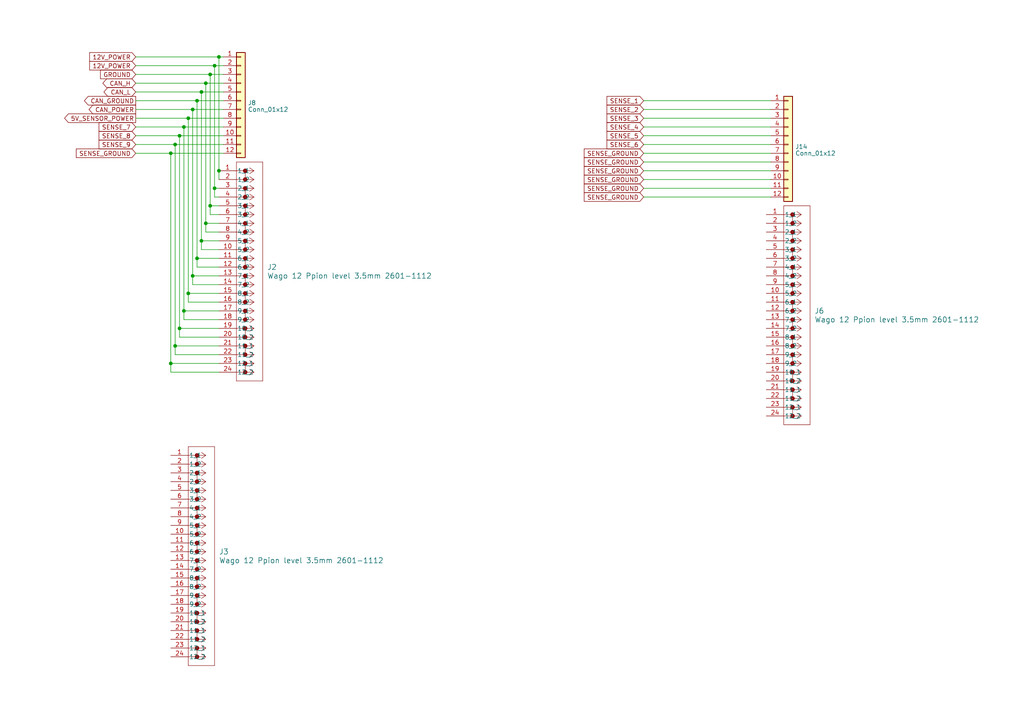
<source format=kicad_sch>
(kicad_sch (version 20250114) (generator "eeschema") (generator_version "9.0")
  (paper "A4")
  (title_block (title "l8"))
  (lib_symbols
    (symbol "Connector_Generic:Conn_01x12" (pin_names (offset 1.016) (hide yes))
      (property "Reference" "J" (at 0 15.24 0))
      (property "Value" "Conn_01x12" (at 0 -17.78 0))
      (symbol "Conn_01x12_1_1"
        (rectangle (start -1.27 13.97) (end 1.27 -16.51) (stroke (width 0.254)) (fill (type background)))
        (rectangle (start -1.27 12.827) (end 0 12.573) (stroke (width 0.1524)))
        (rectangle (start -1.27 10.287) (end 0 10.033) (stroke (width 0.1524)))
        (rectangle (start -1.27 7.747) (end 0 7.493) (stroke (width 0.1524)))
        (rectangle (start -1.27 5.207) (end 0 4.953) (stroke (width 0.1524)))
        (rectangle (start -1.27 2.667) (end 0 2.413) (stroke (width 0.1524)))
        (rectangle (start -1.27 0.127) (end 0 -0.127) (stroke (width 0.1524)))
        (rectangle (start -1.27 -2.413) (end 0 -2.667) (stroke (width 0.1524)))
        (rectangle (start -1.27 -4.953) (end 0 -5.207) (stroke (width 0.1524)))
        (rectangle (start -1.27 -7.493) (end 0 -7.747) (stroke (width 0.1524)))
        (rectangle (start -1.27 -10.033) (end 0 -10.287) (stroke (width 0.1524)))
        (rectangle (start -1.27 -12.573) (end 0 -12.827) (stroke (width 0.1524)))
        (rectangle (start -1.27 -15.113) (end 0 -15.367) (stroke (width 0.1524)))
        (pin passive line (at -5.08 12.7 0) (length 3.81) (name "Pin_1") (number "1"))
        (pin passive line (at -5.08 10.16 0) (length 3.81) (name "Pin_2") (number "2"))
        (pin passive line (at -5.08 7.62 0) (length 3.81) (name "Pin_3") (number "3"))
        (pin passive line (at -5.08 5.08 0) (length 3.81) (name "Pin_4") (number "4"))
        (pin passive line (at -5.08 2.54 0) (length 3.81) (name "Pin_5") (number "5"))
        (pin passive line (at -5.08 0 0) (length 3.81) (name "Pin_6") (number "6"))
        (pin passive line (at -5.08 -2.54 0) (length 3.81) (name "Pin_7") (number "7"))
        (pin passive line (at -5.08 -5.08 0) (length 3.81) (name "Pin_8") (number "8"))
        (pin passive line (at -5.08 -7.62 0) (length 3.81) (name "Pin_9") (number "9"))
        (pin passive line (at -5.08 -10.16 0) (length 3.81) (name "Pin_10") (number "10"))
        (pin passive line (at -5.08 -12.7 0) (length 3.81) (name "Pin_11") (number "11"))
        (pin passive line (at -5.08 -15.24 0) (length 3.81) (name "Pin_12") (number "12"))
      )
    )
    (symbol "dnt_global:Wago 12 Ppion level 3.5mm 2601-1112" (pin_names (offset 0.254))
      (property "Reference" "J" (at 8.89 6.35 0))
      (property "Value" "Wago 12 pin  1 level 3.5mm 2601-1112" (at 0 0 0))
      (symbol "Wago 12 Ppion level 3.5mm 2601-1112_1_1"
        (polyline (pts (xy 5.08 2.54) (xy 5.08 -60.96)) (stroke (width 0.127)))
        (polyline (pts (xy 5.08 -60.96) (xy 12.7 -60.96)) (stroke (width 0.127)))
        (polyline (pts (xy 7.62 0) (xy 7.62 -2.54)) (stroke (width 0.127)))
        (circle (center 7.62 0) (radius 0.127) (stroke (width 0.508)))
        (circle (center 7.62 -2.54) (radius 0.127) (stroke (width 0.508)))
        (polyline (pts (xy 7.62 -5.08) (xy 7.62 -7.62)) (stroke (width 0.127)))
        (circle (center 7.62 -5.08) (radius 0.127) (stroke (width 0.508)))
        (circle (center 7.62 -7.62) (radius 0.127) (stroke (width 0.508)))
        (polyline (pts (xy 7.62 -10.16) (xy 7.62 -12.7)) (stroke (width 0.127)))
        (circle (center 7.62 -10.16) (radius 0.127) (stroke (width 0.508)))
        (circle (center 7.62 -12.7) (radius 0.127) (stroke (width 0.508)))
        (polyline (pts (xy 7.62 -15.24) (xy 7.62 -17.78)) (stroke (width 0.127)))
        (circle (center 7.62 -15.24) (radius 0.127) (stroke (width 0.508)))
        (circle (center 7.62 -17.78) (radius 0.127) (stroke (width 0.508)))
        (polyline (pts (xy 7.62 -20.32) (xy 7.62 -22.86)) (stroke (width 0.127)))
        (circle (center 7.62 -20.32) (radius 0.127) (stroke (width 0.508)))
        (circle (center 7.62 -22.86) (radius 0.127) (stroke (width 0.508)))
        (polyline (pts (xy 7.62 -25.4) (xy 7.62 -27.94)) (stroke (width 0.127)))
        (circle (center 7.62 -25.4) (radius 0.127) (stroke (width 0.508)))
        (circle (center 7.62 -27.94) (radius 0.127) (stroke (width 0.508)))
        (polyline (pts (xy 7.62 -30.48) (xy 7.62 -33.02)) (stroke (width 0.127)))
        (circle (center 7.62 -30.48) (radius 0.127) (stroke (width 0.508)))
        (circle (center 7.62 -33.02) (radius 0.127) (stroke (width 0.508)))
        (polyline (pts (xy 7.62 -35.56) (xy 7.62 -38.1)) (stroke (width 0.127)))
        (circle (center 7.62 -35.56) (radius 0.127) (stroke (width 0.508)))
        (circle (center 7.62 -38.1) (radius 0.127) (stroke (width 0.508)))
        (polyline (pts (xy 7.62 -40.64) (xy 7.62 -43.18)) (stroke (width 0.127)))
        (circle (center 7.62 -40.64) (radius 0.127) (stroke (width 0.508)))
        (circle (center 7.62 -43.18) (radius 0.127) (stroke (width 0.508)))
        (polyline (pts (xy 7.62 -45.72) (xy 7.62 -48.26)) (stroke (width 0.127)))
        (circle (center 7.62 -45.72) (radius 0.127) (stroke (width 0.508)))
        (circle (center 7.62 -48.26) (radius 0.127) (stroke (width 0.508)))
        (polyline (pts (xy 7.62 -50.8) (xy 7.62 -53.34)) (stroke (width 0.127)))
        (circle (center 7.62 -50.8) (radius 0.127) (stroke (width 0.508)))
        (circle (center 7.62 -53.34) (radius 0.127) (stroke (width 0.508)))
        (polyline (pts (xy 7.62 -55.88) (xy 7.62 -58.42)) (stroke (width 0.127)))
        (circle (center 7.62 -55.88) (radius 0.127) (stroke (width 0.508)))
        (circle (center 7.62 -58.42) (radius 0.127) (stroke (width 0.508)))
        (polyline (pts (xy 10.16 0) (xy 5.08 0)) (stroke (width 0.127)))
        (polyline (pts (xy 10.16 0) (xy 8.89 0.8467)) (stroke (width 0.127)))
        (polyline (pts (xy 10.16 0) (xy 8.89 -0.8467)) (stroke (width 0.127)))
        (polyline (pts (xy 10.16 -2.54) (xy 5.08 -2.54)) (stroke (width 0.127)))
        (polyline (pts (xy 10.16 -2.54) (xy 8.89 -1.6933)) (stroke (width 0.127)))
        (polyline (pts (xy 10.16 -2.54) (xy 8.89 -3.3867)) (stroke (width 0.127)))
        (polyline (pts (xy 10.16 -5.08) (xy 5.08 -5.08)) (stroke (width 0.127)))
        (polyline (pts (xy 10.16 -5.08) (xy 8.89 -4.2333)) (stroke (width 0.127)))
        (polyline (pts (xy 10.16 -5.08) (xy 8.89 -5.9267)) (stroke (width 0.127)))
        (polyline (pts (xy 10.16 -7.62) (xy 5.08 -7.62)) (stroke (width 0.127)))
        (polyline (pts (xy 10.16 -7.62) (xy 8.89 -6.7733)) (stroke (width 0.127)))
        (polyline (pts (xy 10.16 -7.62) (xy 8.89 -8.4667)) (stroke (width 0.127)))
        (polyline (pts (xy 10.16 -10.16) (xy 5.08 -10.16)) (stroke (width 0.127)))
        (polyline (pts (xy 10.16 -10.16) (xy 8.89 -9.3133)) (stroke (width 0.127)))
        (polyline (pts (xy 10.16 -10.16) (xy 8.89 -11.0067)) (stroke (width 0.127)))
        (polyline (pts (xy 10.16 -12.7) (xy 5.08 -12.7)) (stroke (width 0.127)))
        (polyline (pts (xy 10.16 -12.7) (xy 8.89 -11.8533)) (stroke (width 0.127)))
        (polyline (pts (xy 10.16 -12.7) (xy 8.89 -13.5467)) (stroke (width 0.127)))
        (polyline (pts (xy 10.16 -15.24) (xy 5.08 -15.24)) (stroke (width 0.127)))
        (polyline (pts (xy 10.16 -15.24) (xy 8.89 -14.3933)) (stroke (width 0.127)))
        (polyline (pts (xy 10.16 -15.24) (xy 8.89 -16.0867)) (stroke (width 0.127)))
        (polyline (pts (xy 10.16 -17.78) (xy 5.08 -17.78)) (stroke (width 0.127)))
        (polyline (pts (xy 10.16 -17.78) (xy 8.89 -16.9333)) (stroke (width 0.127)))
        (polyline (pts (xy 10.16 -17.78) (xy 8.89 -18.6267)) (stroke (width 0.127)))
        (polyline (pts (xy 10.16 -20.32) (xy 5.08 -20.32)) (stroke (width 0.127)))
        (polyline (pts (xy 10.16 -20.32) (xy 8.89 -19.4733)) (stroke (width 0.127)))
        (polyline (pts (xy 10.16 -20.32) (xy 8.89 -21.1667)) (stroke (width 0.127)))
        (polyline (pts (xy 10.16 -22.86) (xy 5.08 -22.86)) (stroke (width 0.127)))
        (polyline (pts (xy 10.16 -22.86) (xy 8.89 -22.0133)) (stroke (width 0.127)))
        (polyline (pts (xy 10.16 -22.86) (xy 8.89 -23.7067)) (stroke (width 0.127)))
        (polyline (pts (xy 10.16 -25.4) (xy 5.08 -25.4)) (stroke (width 0.127)))
        (polyline (pts (xy 10.16 -25.4) (xy 8.89 -24.5533)) (stroke (width 0.127)))
        (polyline (pts (xy 10.16 -25.4) (xy 8.89 -26.2467)) (stroke (width 0.127)))
        (polyline (pts (xy 10.16 -27.94) (xy 5.08 -27.94)) (stroke (width 0.127)))
        (polyline (pts (xy 10.16 -27.94) (xy 8.89 -27.0933)) (stroke (width 0.127)))
        (polyline (pts (xy 10.16 -27.94) (xy 8.89 -28.7867)) (stroke (width 0.127)))
        (polyline (pts (xy 10.16 -30.48) (xy 5.08 -30.48)) (stroke (width 0.127)))
        (polyline (pts (xy 10.16 -30.48) (xy 8.89 -29.6333)) (stroke (width 0.127)))
        (polyline (pts (xy 10.16 -30.48) (xy 8.89 -31.3267)) (stroke (width 0.127)))
        (polyline (pts (xy 10.16 -33.02) (xy 5.08 -33.02)) (stroke (width 0.127)))
        (polyline (pts (xy 10.16 -33.02) (xy 8.89 -32.1733)) (stroke (width 0.127)))
        (polyline (pts (xy 10.16 -33.02) (xy 8.89 -33.8667)) (stroke (width 0.127)))
        (polyline (pts (xy 10.16 -35.56) (xy 5.08 -35.56)) (stroke (width 0.127)))
        (polyline (pts (xy 10.16 -35.56) (xy 8.89 -34.7133)) (stroke (width 0.127)))
        (polyline (pts (xy 10.16 -35.56) (xy 8.89 -36.4067)) (stroke (width 0.127)))
        (polyline (pts (xy 10.16 -38.1) (xy 5.08 -38.1)) (stroke (width 0.127)))
        (polyline (pts (xy 10.16 -38.1) (xy 8.89 -37.2533)) (stroke (width 0.127)))
        (polyline (pts (xy 10.16 -38.1) (xy 8.89 -38.9467)) (stroke (width 0.127)))
        (polyline (pts (xy 10.16 -40.64) (xy 5.08 -40.64)) (stroke (width 0.127)))
        (polyline (pts (xy 10.16 -40.64) (xy 8.89 -39.7933)) (stroke (width 0.127)))
        (polyline (pts (xy 10.16 -40.64) (xy 8.89 -41.4867)) (stroke (width 0.127)))
        (polyline (pts (xy 10.16 -43.18) (xy 5.08 -43.18)) (stroke (width 0.127)))
        (polyline (pts (xy 10.16 -43.18) (xy 8.89 -42.3333)) (stroke (width 0.127)))
        (polyline (pts (xy 10.16 -43.18) (xy 8.89 -44.0267)) (stroke (width 0.127)))
        (polyline (pts (xy 10.16 -45.72) (xy 5.08 -45.72)) (stroke (width 0.127)))
        (polyline (pts (xy 10.16 -45.72) (xy 8.89 -44.8733)) (stroke (width 0.127)))
        (polyline (pts (xy 10.16 -45.72) (xy 8.89 -46.5667)) (stroke (width 0.127)))
        (polyline (pts (xy 10.16 -48.26) (xy 5.08 -48.26)) (stroke (width 0.127)))
        (polyline (pts (xy 10.16 -48.26) (xy 8.89 -47.4133)) (stroke (width 0.127)))
        (polyline (pts (xy 10.16 -48.26) (xy 8.89 -49.1067)) (stroke (width 0.127)))
        (polyline (pts (xy 10.16 -50.8) (xy 5.08 -50.8)) (stroke (width 0.127)))
        (polyline (pts (xy 10.16 -50.8) (xy 8.89 -49.9533)) (stroke (width 0.127)))
        (polyline (pts (xy 10.16 -50.8) (xy 8.89 -51.6467)) (stroke (width 0.127)))
        (polyline (pts (xy 10.16 -53.34) (xy 5.08 -53.34)) (stroke (width 0.127)))
        (polyline (pts (xy 10.16 -53.34) (xy 8.89 -52.4933)) (stroke (width 0.127)))
        (polyline (pts (xy 10.16 -53.34) (xy 8.89 -54.1867)) (stroke (width 0.127)))
        (polyline (pts (xy 10.16 -55.88) (xy 5.08 -55.88)) (stroke (width 0.127)))
        (polyline (pts (xy 10.16 -55.88) (xy 8.89 -55.0333)) (stroke (width 0.127)))
        (polyline (pts (xy 10.16 -55.88) (xy 8.89 -56.7267)) (stroke (width 0.127)))
        (polyline (pts (xy 10.16 -58.42) (xy 5.08 -58.42)) (stroke (width 0.127)))
        (polyline (pts (xy 10.16 -58.42) (xy 8.89 -57.5733)) (stroke (width 0.127)))
        (polyline (pts (xy 10.16 -58.42) (xy 8.89 -59.2667)) (stroke (width 0.127)))
        (polyline (pts (xy 12.7 2.54) (xy 5.08 2.54)) (stroke (width 0.127)))
        (polyline (pts (xy 12.7 -60.96) (xy 12.7 2.54)) (stroke (width 0.127)))
        (pin unspecified line (at 0 0 0) (length 5.08) (name "1_1") (number "1"))
        (pin unspecified line (at 0 -2.54 0) (length 5.08) (name "1_2") (number "2"))
        (pin unspecified line (at 0 -5.08 0) (length 5.08) (name "2_1") (number "3"))
        (pin unspecified line (at 0 -7.62 0) (length 5.08) (name "2_2") (number "4"))
        (pin unspecified line (at 0 -10.16 0) (length 5.08) (name "3_1") (number "5"))
        (pin unspecified line (at 0 -12.7 0) (length 5.08) (name "3_2") (number "6"))
        (pin unspecified line (at 0 -15.24 0) (length 5.08) (name "4_1") (number "7"))
        (pin unspecified line (at 0 -17.78 0) (length 5.08) (name "4_2") (number "8"))
        (pin unspecified line (at 0 -20.32 0) (length 5.08) (name "5_1") (number "9"))
        (pin unspecified line (at 0 -22.86 0) (length 5.08) (name "5_2") (number "10"))
        (pin unspecified line (at 0 -25.4 0) (length 5.08) (name "6_1") (number "11"))
        (pin unspecified line (at 0 -27.94 0) (length 5.08) (name "6_2") (number "12"))
        (pin unspecified line (at 0 -30.48 0) (length 5.08) (name "7_1") (number "13"))
        (pin unspecified line (at 0 -33.02 0) (length 5.08) (name "7_2") (number "14"))
        (pin unspecified line (at 0 -35.56 0) (length 5.08) (name "8_1") (number "15"))
        (pin unspecified line (at 0 -38.1 0) (length 5.08) (name "8_2") (number "16"))
        (pin unspecified line (at 0 -40.64 0) (length 5.08) (name "9_1") (number "17"))
        (pin unspecified line (at 0 -43.18 0) (length 5.08) (name "9_2") (number "18"))
        (pin unspecified line (at 0 -45.72 0) (length 5.08) (name "10_1") (number "19"))
        (pin unspecified line (at 0 -48.26 0) (length 5.08) (name "10_2") (number "20"))
        (pin unspecified line (at 0 -50.8 0) (length 5.08) (name "11_1") (number "21"))
        (pin unspecified line (at 0 -53.34 0) (length 5.08) (name "11_2") (number "22"))
        (pin unspecified line (at 0 -55.88 0) (length 5.08) (name "12_1") (number "23"))
        (pin unspecified line (at 0 -58.42 0) (length 5.08) (name "12_2") (number "24"))
      )
      (symbol "Wago 12 Ppion level 3.5mm 2601-1112_1_2"
        (polyline (pts (xy 5.08 2.54) (xy 5.08 -60.96)) (stroke (width 0.127)))
        (polyline (pts (xy 5.08 -60.96) (xy 12.7 -60.96)) (stroke (width 0.127)))
        (polyline (pts (xy 7.62 0) (xy 7.62 -2.54)) (stroke (width 0.127)))
        (circle (center 7.62 0) (radius 0.127) (stroke (width 0.508)))
        (circle (center 7.62 -2.54) (radius 0.127) (stroke (width 0.508)))
        (polyline (pts (xy 7.62 -5.08) (xy 7.62 -7.62)) (stroke (width 0.127)))
        (circle (center 7.62 -5.08) (radius 0.127) (stroke (width 0.508)))
        (circle (center 7.62 -7.62) (radius 0.127) (stroke (width 0.508)))
        (polyline (pts (xy 7.62 -10.16) (xy 7.62 -12.7)) (stroke (width 0.127)))
        (circle (center 7.62 -10.16) (radius 0.127) (stroke (width 0.508)))
        (circle (center 7.62 -12.7) (radius 0.127) (stroke (width 0.508)))
        (polyline (pts (xy 7.62 -15.24) (xy 7.62 -17.78)) (stroke (width 0.127)))
        (circle (center 7.62 -15.24) (radius 0.127) (stroke (width 0.508)))
        (circle (center 7.62 -17.78) (radius 0.127) (stroke (width 0.508)))
        (polyline (pts (xy 7.62 -20.32) (xy 7.62 -22.86)) (stroke (width 0.127)))
        (circle (center 7.62 -20.32) (radius 0.127) (stroke (width 0.508)))
        (circle (center 7.62 -22.86) (radius 0.127) (stroke (width 0.508)))
        (polyline (pts (xy 7.62 -25.4) (xy 7.62 -27.94)) (stroke (width 0.127)))
        (circle (center 7.62 -25.4) (radius 0.127) (stroke (width 0.508)))
        (circle (center 7.62 -27.94) (radius 0.127) (stroke (width 0.508)))
        (polyline (pts (xy 7.62 -30.48) (xy 7.62 -33.02)) (stroke (width 0.127)))
        (circle (center 7.62 -30.48) (radius 0.127) (stroke (width 0.508)))
        (circle (center 7.62 -33.02) (radius 0.127) (stroke (width 0.508)))
        (polyline (pts (xy 7.62 -35.56) (xy 7.62 -38.1)) (stroke (width 0.127)))
        (circle (center 7.62 -35.56) (radius 0.127) (stroke (width 0.508)))
        (circle (center 7.62 -38.1) (radius 0.127) (stroke (width 0.508)))
        (polyline (pts (xy 7.62 -40.64) (xy 7.62 -43.18)) (stroke (width 0.127)))
        (circle (center 7.62 -40.64) (radius 0.127) (stroke (width 0.508)))
        (circle (center 7.62 -43.18) (radius 0.127) (stroke (width 0.508)))
        (polyline (pts (xy 7.62 -45.72) (xy 7.62 -48.26)) (stroke (width 0.127)))
        (circle (center 7.62 -45.72) (radius 0.127) (stroke (width 0.508)))
        (circle (center 7.62 -48.26) (radius 0.127) (stroke (width 0.508)))
        (polyline (pts (xy 7.62 -50.8) (xy 7.62 -53.34)) (stroke (width 0.127)))
        (circle (center 7.62 -50.8) (radius 0.127) (stroke (width 0.508)))
        (circle (center 7.62 -53.34) (radius 0.127) (stroke (width 0.508)))
        (polyline (pts (xy 7.62 -55.88) (xy 7.62 -58.42)) (stroke (width 0.127)))
        (circle (center 7.62 -55.88) (radius 0.127) (stroke (width 0.508)))
        (circle (center 7.62 -58.42) (radius 0.127) (stroke (width 0.508)))
        (polyline (pts (xy 10.16 0) (xy 5.08 0)) (stroke (width 0.127)))
        (polyline (pts (xy 10.16 0) (xy 8.89 0.8467)) (stroke (width 0.127)))
        (polyline (pts (xy 10.16 0) (xy 8.89 -0.8467)) (stroke (width 0.127)))
        (polyline (pts (xy 10.16 -2.54) (xy 5.08 -2.54)) (stroke (width 0.127)))
        (polyline (pts (xy 10.16 -2.54) (xy 8.89 -1.6933)) (stroke (width 0.127)))
        (polyline (pts (xy 10.16 -2.54) (xy 8.89 -3.3867)) (stroke (width 0.127)))
        (polyline (pts (xy 10.16 -5.08) (xy 5.08 -5.08)) (stroke (width 0.127)))
        (polyline (pts (xy 10.16 -5.08) (xy 8.89 -4.2333)) (stroke (width 0.127)))
        (polyline (pts (xy 10.16 -5.08) (xy 8.89 -5.9267)) (stroke (width 0.127)))
        (polyline (pts (xy 10.16 -7.62) (xy 5.08 -7.62)) (stroke (width 0.127)))
        (polyline (pts (xy 10.16 -7.62) (xy 8.89 -6.7733)) (stroke (width 0.127)))
        (polyline (pts (xy 10.16 -7.62) (xy 8.89 -8.4667)) (stroke (width 0.127)))
        (polyline (pts (xy 10.16 -10.16) (xy 5.08 -10.16)) (stroke (width 0.127)))
        (polyline (pts (xy 10.16 -10.16) (xy 8.89 -9.3133)) (stroke (width 0.127)))
        (polyline (pts (xy 10.16 -10.16) (xy 8.89 -11.0067)) (stroke (width 0.127)))
        (polyline (pts (xy 10.16 -12.7) (xy 5.08 -12.7)) (stroke (width 0.127)))
        (polyline (pts (xy 10.16 -12.7) (xy 8.89 -11.8533)) (stroke (width 0.127)))
        (polyline (pts (xy 10.16 -12.7) (xy 8.89 -13.5467)) (stroke (width 0.127)))
        (polyline (pts (xy 10.16 -15.24) (xy 5.08 -15.24)) (stroke (width 0.127)))
        (polyline (pts (xy 10.16 -15.24) (xy 8.89 -14.3933)) (stroke (width 0.127)))
        (polyline (pts (xy 10.16 -15.24) (xy 8.89 -16.0867)) (stroke (width 0.127)))
        (polyline (pts (xy 10.16 -17.78) (xy 5.08 -17.78)) (stroke (width 0.127)))
        (polyline (pts (xy 10.16 -17.78) (xy 8.89 -16.9333)) (stroke (width 0.127)))
        (polyline (pts (xy 10.16 -17.78) (xy 8.89 -18.6267)) (stroke (width 0.127)))
        (polyline (pts (xy 10.16 -20.32) (xy 5.08 -20.32)) (stroke (width 0.127)))
        (polyline (pts (xy 10.16 -20.32) (xy 8.89 -19.4733)) (stroke (width 0.127)))
        (polyline (pts (xy 10.16 -20.32) (xy 8.89 -21.1667)) (stroke (width 0.127)))
        (polyline (pts (xy 10.16 -22.86) (xy 5.08 -22.86)) (stroke (width 0.127)))
        (polyline (pts (xy 10.16 -22.86) (xy 8.89 -22.0133)) (stroke (width 0.127)))
        (polyline (pts (xy 10.16 -22.86) (xy 8.89 -23.7067)) (stroke (width 0.127)))
        (polyline (pts (xy 10.16 -25.4) (xy 5.08 -25.4)) (stroke (width 0.127)))
        (polyline (pts (xy 10.16 -25.4) (xy 8.89 -24.5533)) (stroke (width 0.127)))
        (polyline (pts (xy 10.16 -25.4) (xy 8.89 -26.2467)) (stroke (width 0.127)))
        (polyline (pts (xy 10.16 -27.94) (xy 5.08 -27.94)) (stroke (width 0.127)))
        (polyline (pts (xy 10.16 -27.94) (xy 8.89 -27.0933)) (stroke (width 0.127)))
        (polyline (pts (xy 10.16 -27.94) (xy 8.89 -28.7867)) (stroke (width 0.127)))
        (polyline (pts (xy 10.16 -30.48) (xy 5.08 -30.48)) (stroke (width 0.127)))
        (polyline (pts (xy 10.16 -30.48) (xy 8.89 -29.6333)) (stroke (width 0.127)))
        (polyline (pts (xy 10.16 -30.48) (xy 8.89 -31.3267)) (stroke (width 0.127)))
        (polyline (pts (xy 10.16 -33.02) (xy 5.08 -33.02)) (stroke (width 0.127)))
        (polyline (pts (xy 10.16 -33.02) (xy 8.89 -32.1733)) (stroke (width 0.127)))
        (polyline (pts (xy 10.16 -33.02) (xy 8.89 -33.8667)) (stroke (width 0.127)))
        (polyline (pts (xy 10.16 -35.56) (xy 5.08 -35.56)) (stroke (width 0.127)))
        (polyline (pts (xy 10.16 -35.56) (xy 8.89 -34.7133)) (stroke (width 0.127)))
        (polyline (pts (xy 10.16 -35.56) (xy 8.89 -36.4067)) (stroke (width 0.127)))
        (polyline (pts (xy 10.16 -38.1) (xy 5.08 -38.1)) (stroke (width 0.127)))
        (polyline (pts (xy 10.16 -38.1) (xy 8.89 -37.2533)) (stroke (width 0.127)))
        (polyline (pts (xy 10.16 -38.1) (xy 8.89 -38.9467)) (stroke (width 0.127)))
        (polyline (pts (xy 10.16 -40.64) (xy 5.08 -40.64)) (stroke (width 0.127)))
        (polyline (pts (xy 10.16 -40.64) (xy 8.89 -39.7933)) (stroke (width 0.127)))
        (polyline (pts (xy 10.16 -40.64) (xy 8.89 -41.4867)) (stroke (width 0.127)))
        (polyline (pts (xy 10.16 -43.18) (xy 5.08 -43.18)) (stroke (width 0.127)))
        (polyline (pts (xy 10.16 -43.18) (xy 8.89 -42.3333)) (stroke (width 0.127)))
        (polyline (pts (xy 10.16 -43.18) (xy 8.89 -44.0267)) (stroke (width 0.127)))
        (polyline (pts (xy 10.16 -45.72) (xy 5.08 -45.72)) (stroke (width 0.127)))
        (polyline (pts (xy 10.16 -45.72) (xy 8.89 -44.8733)) (stroke (width 0.127)))
        (polyline (pts (xy 10.16 -45.72) (xy 8.89 -46.5667)) (stroke (width 0.127)))
        (polyline (pts (xy 10.16 -48.26) (xy 5.08 -48.26)) (stroke (width 0.127)))
        (polyline (pts (xy 10.16 -48.26) (xy 8.89 -47.4133)) (stroke (width 0.127)))
        (polyline (pts (xy 10.16 -48.26) (xy 8.89 -49.1067)) (stroke (width 0.127)))
        (polyline (pts (xy 10.16 -50.8) (xy 5.08 -50.8)) (stroke (width 0.127)))
        (polyline (pts (xy 10.16 -50.8) (xy 8.89 -49.9533)) (stroke (width 0.127)))
        (polyline (pts (xy 10.16 -50.8) (xy 8.89 -51.6467)) (stroke (width 0.127)))
        (polyline (pts (xy 10.16 -53.34) (xy 5.08 -53.34)) (stroke (width 0.127)))
        (polyline (pts (xy 10.16 -53.34) (xy 8.89 -52.4933)) (stroke (width 0.127)))
        (polyline (pts (xy 10.16 -53.34) (xy 8.89 -54.1867)) (stroke (width 0.127)))
        (polyline (pts (xy 10.16 -55.88) (xy 5.08 -55.88)) (stroke (width 0.127)))
        (polyline (pts (xy 10.16 -55.88) (xy 8.89 -55.0333)) (stroke (width 0.127)))
        (polyline (pts (xy 10.16 -55.88) (xy 8.89 -56.7267)) (stroke (width 0.127)))
        (polyline (pts (xy 10.16 -58.42) (xy 5.08 -58.42)) (stroke (width 0.127)))
        (polyline (pts (xy 10.16 -58.42) (xy 8.89 -57.5733)) (stroke (width 0.127)))
        (polyline (pts (xy 10.16 -58.42) (xy 8.89 -59.2667)) (stroke (width 0.127)))
        (polyline (pts (xy 12.7 2.54) (xy 5.08 2.54)) (stroke (width 0.127)))
        (polyline (pts (xy 12.7 -60.96) (xy 12.7 2.54)) (stroke (width 0.127)))
        (pin unspecified line (at 0 0 0) (length 5.08) (name "1_1") (number "1"))
        (pin unspecified line (at 0 -2.54 0) (length 5.08) (name "1_2") (number "2"))
        (pin unspecified line (at 0 -5.08 0) (length 5.08) (name "2_1") (number "3"))
        (pin unspecified line (at 0 -7.62 0) (length 5.08) (name "2_2") (number "4"))
        (pin unspecified line (at 0 -10.16 0) (length 5.08) (name "3_1") (number "5"))
        (pin unspecified line (at 0 -12.7 0) (length 5.08) (name "3_2") (number "6"))
        (pin unspecified line (at 0 -15.24 0) (length 5.08) (name "4_1") (number "7"))
        (pin unspecified line (at 0 -17.78 0) (length 5.08) (name "4_2") (number "8"))
        (pin unspecified line (at 0 -20.32 0) (length 5.08) (name "5_1") (number "9"))
        (pin unspecified line (at 0 -22.86 0) (length 5.08) (name "5_2") (number "10"))
        (pin unspecified line (at 0 -25.4 0) (length 5.08) (name "6_1") (number "11"))
        (pin unspecified line (at 0 -27.94 0) (length 5.08) (name "6_2") (number "12"))
        (pin unspecified line (at 0 -30.48 0) (length 5.08) (name "7_1") (number "13"))
        (pin unspecified line (at 0 -33.02 0) (length 5.08) (name "7_2") (number "14"))
        (pin unspecified line (at 0 -35.56 0) (length 5.08) (name "8_1") (number "15"))
        (pin unspecified line (at 0 -38.1 0) (length 5.08) (name "8_2") (number "16"))
        (pin unspecified line (at 0 -40.64 0) (length 5.08) (name "9_1") (number "17"))
        (pin unspecified line (at 0 -43.18 0) (length 5.08) (name "9_2") (number "18"))
        (pin unspecified line (at 0 -45.72 0) (length 5.08) (name "10_1") (number "19"))
        (pin unspecified line (at 0 -48.26 0) (length 5.08) (name "10_2") (number "20"))
        (pin unspecified line (at 0 -50.8 0) (length 5.08) (name "11_1") (number "21"))
        (pin unspecified line (at 0 -53.34 0) (length 5.08) (name "11_2") (number "22"))
        (pin unspecified line (at 0 -55.88 0) (length 5.08) (name "12_1") (number "23"))
        (pin unspecified line (at 0 -58.42 0) (length 5.08) (name "12_2") (number "24"))
      )
    )
  )
  (junction (at 58.42 26.67))
  (junction (at 63.5 16.51))
  (junction (at 57.15 29.21))
  (junction (at 52.07 39.37))
  (junction (at 59.69 24.13))
  (junction (at 60.96 59.69))
  (junction (at 59.69 64.77))
  (junction (at 50.8 41.91))
  (junction (at 49.53 44.45))
  (junction (at 60.96 21.59))
  (junction (at 55.88 31.75))
  (junction (at 55.88 80.01))
  (junction (at 54.61 85.09))
  (junction (at 63.5 49.53))
  (junction (at 62.23 54.61))
  (junction (at 58.42 69.85))
  (junction (at 53.34 36.83))
  (junction (at 49.53 105.41))
  (junction (at 52.07 95.25))
  (junction (at 62.23 19.05))
  (junction (at 54.61 34.29))
  (junction (at 50.8 100.33))
  (junction (at 57.15 74.93))
  (junction (at 53.34 90.17))
  (wire (pts (xy 63.5 107.95) (xy 49.53 107.95)))
  (wire (pts (xy 64.77 34.29) (xy 54.61 34.29)))
  (wire (pts (xy 55.88 82.55) (xy 63.5 82.55)))
  (wire (pts (xy 58.42 72.39) (xy 58.42 69.85)))
  (wire (pts (xy 64.77 36.83) (xy 53.34 36.83)))
  (wire (pts (xy 64.77 16.51) (xy 63.5 16.51)))
  (wire (pts (xy 58.42 26.67) (xy 39.37 26.67)))
  (wire (pts (xy 186.69 39.37) (xy 223.52 39.37)))
  (wire (pts (xy 49.53 44.45) (xy 64.77 44.45)))
  (wire (pts (xy 58.42 72.39) (xy 63.5 72.39)))
  (wire (pts (xy 63.5 49.53) (xy 63.5 16.51)))
  (wire (pts (xy 59.69 67.31) (xy 59.69 64.77)))
  (wire (pts (xy 64.77 31.75) (xy 55.88 31.75)))
  (wire (pts (xy 57.15 74.93) (xy 63.5 74.93)))
  (wire (pts (xy 64.77 19.05) (xy 62.23 19.05)))
  (wire (pts (xy 52.07 95.25) (xy 63.5 95.25)))
  (wire (pts (xy 57.15 77.47) (xy 63.5 77.47)))
  (wire (pts (xy 54.61 34.29) (xy 39.37 34.29)))
  (wire (pts (xy 58.42 69.85) (xy 63.5 69.85)))
  (wire (pts (xy 186.69 36.83) (xy 223.52 36.83)))
  (wire (pts (xy 186.69 44.45) (xy 223.52 44.45)))
  (wire (pts (xy 186.69 34.29) (xy 223.52 34.29)))
  (wire (pts (xy 52.07 39.37) (xy 39.37 39.37)))
  (wire (pts (xy 57.15 29.21) (xy 39.37 29.21)))
  (wire (pts (xy 64.77 24.13) (xy 59.69 24.13)))
  (wire (pts (xy 186.69 41.91) (xy 223.52 41.91)))
  (wire (pts (xy 58.42 26.67) (xy 58.42 69.85)))
  (wire (pts (xy 53.34 92.71) (xy 63.5 92.71)))
  (wire (pts (xy 60.96 21.59) (xy 60.96 59.69)))
  (wire (pts (xy 53.34 92.71) (xy 53.34 90.17)))
  (wire (pts (xy 186.69 54.61) (xy 223.52 54.61)))
  (wire (pts (xy 64.77 29.21) (xy 57.15 29.21)))
  (wire (pts (xy 54.61 34.29) (xy 54.61 85.09)))
  (wire (pts (xy 50.8 102.87) (xy 50.8 100.33)))
  (wire (pts (xy 50.8 100.33) (xy 63.5 100.33)))
  (wire (pts (xy 49.53 107.95) (xy 49.53 105.41)))
  (wire (pts (xy 50.8 41.91) (xy 50.8 100.33)))
  (wire (pts (xy 186.69 49.53) (xy 223.52 49.53)))
  (wire (pts (xy 50.8 102.87) (xy 63.5 102.87)))
  (wire (pts (xy 59.69 24.13) (xy 39.37 24.13)))
  (wire (pts (xy 60.96 21.59) (xy 39.37 21.59)))
  (wire (pts (xy 186.69 52.07) (xy 223.52 52.07)))
  (wire (pts (xy 55.88 31.75) (xy 55.88 80.01)))
  (wire (pts (xy 50.8 41.91) (xy 39.37 41.91)))
  (wire (pts (xy 52.07 39.37) (xy 52.07 95.25)))
  (wire (pts (xy 55.88 31.75) (xy 39.37 31.75)))
  (wire (pts (xy 63.5 16.51) (xy 39.37 16.51)))
  (wire (pts (xy 59.69 24.13) (xy 59.69 64.77)))
  (wire (pts (xy 52.07 97.79) (xy 52.07 95.25)))
  (wire (pts (xy 63.5 54.61) (xy 62.23 54.61)))
  (wire (pts (xy 53.34 90.17) (xy 63.5 90.17)))
  (wire (pts (xy 186.69 46.99) (xy 223.52 46.99)))
  (wire (pts (xy 55.88 82.55) (xy 55.88 80.01)))
  (wire (pts (xy 64.77 41.91) (xy 50.8 41.91)))
  (wire (pts (xy 63.5 52.07) (xy 63.5 49.53)))
  (wire (pts (xy 64.77 39.37) (xy 52.07 39.37)))
  (wire (pts (xy 53.34 36.83) (xy 39.37 36.83)))
  (wire (pts (xy 60.96 62.23) (xy 63.5 62.23)))
  (wire (pts (xy 59.69 64.77) (xy 63.5 64.77)))
  (wire (pts (xy 53.34 36.83) (xy 53.34 90.17)))
  (wire (pts (xy 60.96 59.69) (xy 63.5 59.69)))
  (wire (pts (xy 60.96 62.23) (xy 60.96 59.69)))
  (wire (pts (xy 62.23 57.15) (xy 62.23 54.61)))
  (wire (pts (xy 62.23 19.05) (xy 39.37 19.05)))
  (wire (pts (xy 54.61 85.09) (xy 63.5 85.09)))
  (wire (pts (xy 49.53 105.41) (xy 63.5 105.41)))
  (wire (pts (xy 62.23 57.15) (xy 63.5 57.15)))
  (wire (pts (xy 186.69 57.15) (xy 223.52 57.15)))
  (wire (pts (xy 54.61 87.63) (xy 54.61 85.09)))
  (wire (pts (xy 39.37 44.45) (xy 49.53 44.45)))
  (wire (pts (xy 54.61 87.63) (xy 63.5 87.63)))
  (wire (pts (xy 59.69 67.31) (xy 63.5 67.31)))
  (wire (pts (xy 55.88 80.01) (xy 63.5 80.01)))
  (wire (pts (xy 49.53 44.45) (xy 49.53 105.41)))
  (wire (pts (xy 186.69 29.21) (xy 223.52 29.21)))
  (wire (pts (xy 186.69 31.75) (xy 223.52 31.75)))
  (wire (pts (xy 57.15 77.47) (xy 57.15 74.93)))
  (wire (pts (xy 64.77 26.67) (xy 58.42 26.67)))
  (wire (pts (xy 57.15 29.21) (xy 57.15 74.93)))
  (wire (pts (xy 62.23 54.61) (xy 62.23 19.05)))
  (wire (pts (xy 52.07 97.79) (xy 63.5 97.79)))
  (wire (pts (xy 64.77 21.59) (xy 60.96 21.59)))
  (global_label "SENSE_1" (shape input) (at 186.69 29.21 180) (property "Intersheetrefs" "${INTERSHEET_REFS}" (effects (hide yes))))
  (global_label "CAN_POWER" (shape output) (at 39.37 31.75 180) (property "Intersheetrefs" "${INTERSHEET_REFS}" (effects (hide yes))))
  (global_label "SENSE_5" (shape input) (at 186.69 39.37 180) (property "Intersheetrefs" "${INTERSHEET_REFS}" (effects (hide yes))))
  (global_label "SENSE_8" (shape input) (at 39.37 39.37 180) (property "Intersheetrefs" "${INTERSHEET_REFS}" (effects (hide yes))))
  (global_label "SENSE_7" (shape input) (at 39.37 36.83 180) (property "Intersheetrefs" "${INTERSHEET_REFS}" (effects (hide yes))))
  (global_label "CAN_H" (shape bidirectional) (at 39.37 24.13 180) (property "Intersheetrefs" "${INTERSHEET_REFS}" (effects (hide yes))))
  (global_label "12V_POWER" (shape input) (at 39.37 19.05 180) (property "Intersheetrefs" "${INTERSHEET_REFS}" (effects (hide yes))))
  (global_label "5V_SENSOR_POWER" (shape output) (at 39.37 34.29 180) (property "Intersheetrefs" "${INTERSHEET_REFS}" (effects (hide yes))))
  (global_label "SENSE_2" (shape input) (at 186.69 31.75 180) (property "Intersheetrefs" "${INTERSHEET_REFS}" (effects (hide yes))))
  (global_label "SENSE_GROUND" (shape input) (at 186.69 57.15 180) (property "Intersheetrefs" "${INTERSHEET_REFS}" (effects (hide yes))))
  (global_label "12V_POWER" (shape input) (at 39.37 16.51 180) (property "Intersheetrefs" "${INTERSHEET_REFS}" (effects (hide yes))))
  (global_label "SENSE_GROUND" (shape input) (at 186.69 52.07 180) (property "Intersheetrefs" "${INTERSHEET_REFS}" (effects (hide yes))))
  (global_label "SENSE_GROUND" (shape input) (at 39.37 44.45 180) (property "Intersheetrefs" "${INTERSHEET_REFS}" (effects (hide yes))))
  (global_label "SENSE_3" (shape input) (at 186.69 34.29 180) (property "Intersheetrefs" "${INTERSHEET_REFS}" (effects (hide yes))))
  (global_label "SENSE_6" (shape input) (at 186.69 41.91 180) (property "Intersheetrefs" "${INTERSHEET_REFS}" (effects (hide yes))))
  (global_label "SENSE_GROUND" (shape input) (at 186.69 44.45 180) (property "Intersheetrefs" "${INTERSHEET_REFS}" (effects (hide yes))))
  (global_label "SENSE_4" (shape input) (at 186.69 36.83 180) (property "Intersheetrefs" "${INTERSHEET_REFS}" (effects (hide yes))))
  (global_label "SENSE_GROUND" (shape input) (at 186.69 49.53 180) (property "Intersheetrefs" "${INTERSHEET_REFS}" (effects (hide yes))))
  (global_label "SENSE_9" (shape input) (at 39.37 41.91 180) (property "Intersheetrefs" "${INTERSHEET_REFS}" (effects (hide yes))))
  (global_label "CAN_L" (shape bidirectional) (at 39.37 26.67 180) (property "Intersheetrefs" "${INTERSHEET_REFS}" (effects (hide yes))))
  (global_label "SENSE_GROUND" (shape input) (at 186.69 54.61 180) (property "Intersheetrefs" "${INTERSHEET_REFS}" (effects (hide yes))))
  (global_label "CAN_GROUND" (shape output) (at 39.37 29.21 180) (property "Intersheetrefs" "${INTERSHEET_REFS}" (effects (hide yes))))
  (global_label "SENSE_GROUND" (shape input) (at 186.69 46.99 180) (property "Intersheetrefs" "${INTERSHEET_REFS}" (effects (hide yes))))
  (global_label "GROUND" (shape input) (at 39.37 21.59 180) (property "Intersheetrefs" "${INTERSHEET_REFS}" (effects (hide yes))))
  (symbol (lib_id "Connector_Generic:Conn_01x12") (at 228.6 41.91 0) (unit 1)
    (property "Reference" "J14" (at 230.632 42.5363 0) (effects (justify left)))
    (property "Value" "Conn_01x12" (at 230.632 44.4573 0) (effects (justify left)))
    (property "Footprint" "dnt:TE_DT15-12PC-B016" (effects (hide yes)))
    (property "Description" "Generic connector, single row, 01x12, script generated (kicad-library-utils/schlib/autogen/connector/)" (effects (hide yes)))
    (property "Digi-Key_PN" "1734-1027-ND" (effects (hide yes)))
  )
  (symbol (lib_id "dnt_global:Wago 12 Ppion level 3.5mm 2601-1112") (at 63.5 49.53 0) (unit 1)
    (property "Reference" "J2" (at 77.47 77.4699 0) (effects (font (size 1.524 1.524)) (justify left)))
    (property "Value" "Wago 12 Ppion level 3.5mm 2601-1112" (at 77.47 80.0099 0) (effects (font (size 1.524 1.524)) (justify left)))
    (property "Footprint" "dnt:2601-1112" (effects (hide yes)))
    (property "Datasheet" "2601-1112" (effects (hide yes)))
  )
  (symbol (lib_id "dnt_global:Wago 12 Ppion level 3.5mm 2601-1112") (at 222.25 62.23 0) (unit 1)
    (property "Reference" "J6" (at 236.22 90.1699 0) (effects (font (size 1.524 1.524)) (justify left)))
    (property "Value" "Wago 12 Ppion level 3.5mm 2601-1112" (at 236.22 92.7099 0) (effects (font (size 1.524 1.524)) (justify left)))
    (property "Footprint" "dnt:2601-1112" (effects (hide yes)))
    (property "Datasheet" "2601-1112" (effects (hide yes)))
  )
  (symbol (lib_id "dnt_global:Wago 12 Ppion level 3.5mm 2601-1112") (at 49.53 132.08 0) (unit 1)
    (property "Reference" "J3" (at 63.5 160.0199 0) (effects (font (size 1.524 1.524)) (justify left)))
    (property "Value" "Wago 12 Ppion level 3.5mm 2601-1112" (at 63.5 162.5599 0) (effects (font (size 1.524 1.524)) (justify left)))
    (property "Footprint" "dnt:2601-1112" (effects (hide yes)))
    (property "Datasheet" "2601-1112" (effects (hide yes)))
  )
  (symbol (lib_id "Connector_Generic:Conn_01x12") (at 69.85 29.21 0) (unit 1)
    (property "Reference" "J8" (at 71.882 29.8363 0) (effects (justify left)))
    (property "Value" "Conn_01x12" (at 71.882 31.7573 0) (effects (justify left)))
    (property "Footprint" "dnt:TE_DT15-12PC-B016" (effects (hide yes)))
    (property "Description" "Generic connector, single row, 01x12, script generated (kicad-library-utils/schlib/autogen/connector/)" (effects (hide yes)))
    (property "Digi-Key_PN" "1734-1027-ND" (effects (hide yes)))
  )
)
</source>
